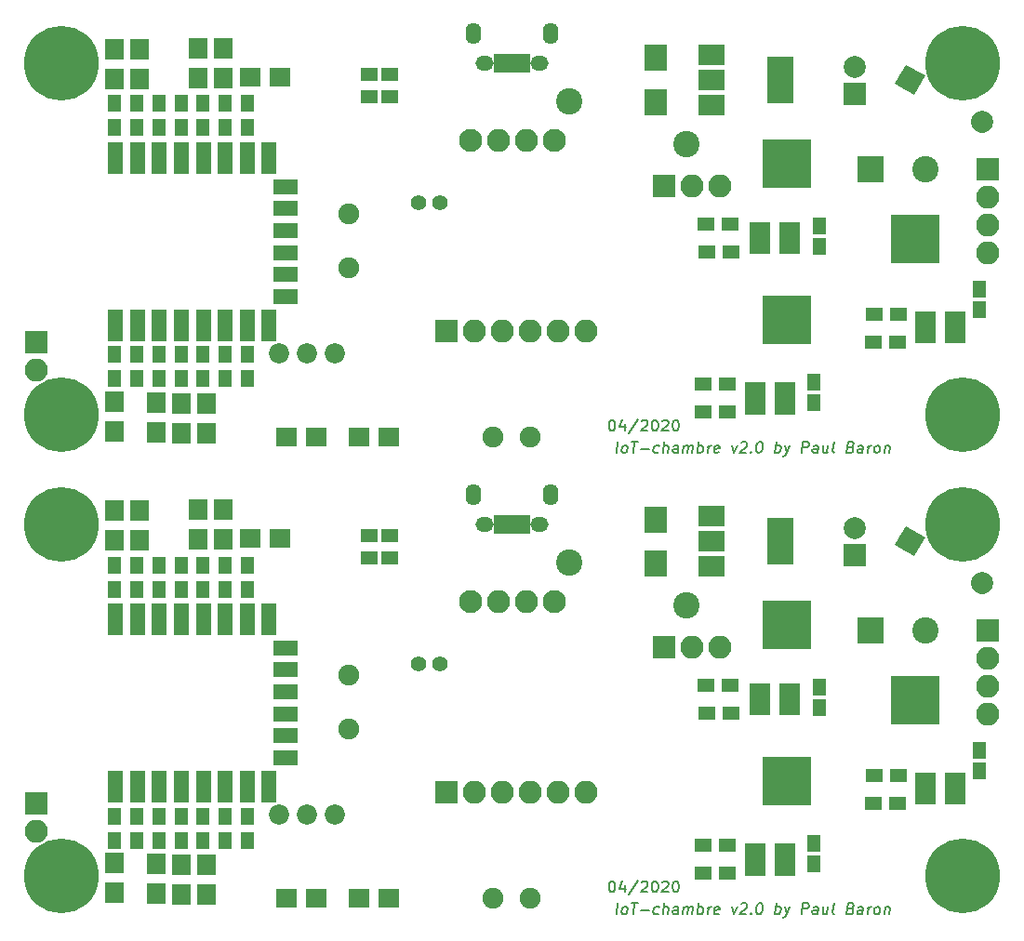
<source format=gts>
%MOIN*%
%OFA0B0*%
%FSLAX46Y46*%
%IPPOS*%
%LPD*%
%ADD10C,0.005905511811023622*%
%ADD11R,0.055118110236220472X0.1141732283464567*%
%ADD12R,0.086614173228346469X0.055118110236220472*%
%ADD13C,0.082677165354330714*%
%ADD14O,0.082677165354330714X0.082677165354330714*%
%ADD15R,0.082677165354330714X0.082677165354330714*%
%ADD16R,0.062992125984251982X0.0452755905511811*%
%ADD17C,0.26771653543307089*%
%ADD18R,0.051181102362204731X0.062992125984251982*%
%ADD19R,0.062992125984251982X0.051181102362204731*%
%ADD20C,0.094488188976377951*%
%ADD21R,0.094488188976377951X0.094488188976377951*%
%ADD22R,0.07874015748031496X0.094488188976377951*%
%ADD23C,0.07874015748031496*%
%ADD24R,0.07874015748031496X0.07874015748031496*%
%ADD25R,0.0452755905511811X0.062992125984251982*%
%ADD26C,0.07874015748031496*%
%ADD27C,0.0039370078740157488*%
%ADD28O,0.055118110236220472X0.076771653543307089*%
%ADD29O,0.064960629921259838X0.053149606299212608*%
%ADD30R,0.031496062992125991X0.068897637795275593*%
%ADD31R,0.17574803149606302X0.17574803149606302*%
%ADD32R,0.066929133858267723X0.074803149606299218*%
%ADD33R,0.074803149606299218X0.066929133858267723*%
%ADD34C,0.074803149606299218*%
%ADD35C,0.072440944881889777*%
%ADD36R,0.094488188976377951X0.074803149606299218*%
%ADD37R,0.094488188976377951X0.16535433070866143*%
%ADD38R,0.07716535433070866X0.041338582677165357*%
%ADD39C,0.055118110236220472*%
%ADD50C,0.005905511811023622*%
%ADD51R,0.055118110236220472X0.1141732283464567*%
%ADD52R,0.086614173228346469X0.055118110236220472*%
%ADD53C,0.082677165354330714*%
%ADD54O,0.082677165354330714X0.082677165354330714*%
%ADD55R,0.082677165354330714X0.082677165354330714*%
%ADD56R,0.062992125984251982X0.0452755905511811*%
%ADD57C,0.26771653543307089*%
%ADD58R,0.051181102362204731X0.062992125984251982*%
%ADD59R,0.062992125984251982X0.051181102362204731*%
%ADD60C,0.094488188976377951*%
%ADD61R,0.094488188976377951X0.094488188976377951*%
%ADD62R,0.07874015748031496X0.094488188976377951*%
%ADD63C,0.07874015748031496*%
%ADD64R,0.07874015748031496X0.07874015748031496*%
%ADD65R,0.0452755905511811X0.062992125984251982*%
%ADD66C,0.07874015748031496*%
%ADD67C,0.0039370078740157488*%
%ADD68O,0.055118110236220472X0.076771653543307089*%
%ADD69O,0.064960629921259838X0.053149606299212608*%
%ADD70R,0.031496062992125991X0.068897637795275593*%
%ADD71R,0.17574803149606302X0.17574803149606302*%
%ADD72R,0.066929133858267723X0.074803149606299218*%
%ADD73R,0.074803149606299218X0.066929133858267723*%
%ADD74C,0.074803149606299218*%
%ADD75C,0.072440944881889777*%
%ADD76R,0.094488188976377951X0.074803149606299218*%
%ADD77R,0.094488188976377951X0.16535433070866143*%
%ADD78R,0.07716535433070866X0.041338582677165357*%
%ADD79C,0.055118110236220472*%
%LPD*%
D10*
X0002309512Y0001840929D02*
X0002313262Y0001840929D01*
X0002317011Y0001839055D01*
X0002318886Y0001837180D01*
X0002320761Y0001833430D01*
X0002322635Y0001825931D01*
X0002322635Y0001816557D01*
X0002320761Y0001809058D01*
X0002318886Y0001805309D01*
X0002317011Y0001803434D01*
X0002313262Y0001801559D01*
X0002309512Y0001801559D01*
X0002305762Y0001803434D01*
X0002303888Y0001805309D01*
X0002302013Y0001809058D01*
X0002300138Y0001816557D01*
X0002300138Y0001825931D01*
X0002302013Y0001833430D01*
X0002303888Y0001837180D01*
X0002305762Y0001839055D01*
X0002309512Y0001840929D01*
X0002356381Y0001827806D02*
X0002356381Y0001801559D01*
X0002347007Y0001842804D02*
X0002337634Y0001814683D01*
X0002362005Y0001814683D01*
X0002405125Y0001842804D02*
X0002371379Y0001792185D01*
X0002416374Y0001837180D02*
X0002418248Y0001839055D01*
X0002421998Y0001840929D01*
X0002431372Y0001840929D01*
X0002435121Y0001839055D01*
X0002436996Y0001837180D01*
X0002438871Y0001833430D01*
X0002438871Y0001829681D01*
X0002436996Y0001824056D01*
X0002414499Y0001801559D01*
X0002438871Y0001801559D01*
X0002463243Y0001840929D02*
X0002466992Y0001840929D01*
X0002470742Y0001839055D01*
X0002472617Y0001837180D01*
X0002474491Y0001833430D01*
X0002476366Y0001825931D01*
X0002476366Y0001816557D01*
X0002474491Y0001809058D01*
X0002472617Y0001805309D01*
X0002470742Y0001803434D01*
X0002466992Y0001801559D01*
X0002463243Y0001801559D01*
X0002459493Y0001803434D01*
X0002457619Y0001805309D01*
X0002455744Y0001809058D01*
X0002453869Y0001816557D01*
X0002453869Y0001825931D01*
X0002455744Y0001833430D01*
X0002457619Y0001837180D01*
X0002459493Y0001839055D01*
X0002463243Y0001840929D01*
X0002491364Y0001837180D02*
X0002493239Y0001839055D01*
X0002496989Y0001840929D01*
X0002506362Y0001840929D01*
X0002510112Y0001839055D01*
X0002511987Y0001837180D01*
X0002513862Y0001833430D01*
X0002513862Y0001829681D01*
X0002511987Y0001824056D01*
X0002489490Y0001801559D01*
X0002513862Y0001801559D01*
X0002538233Y0001840929D02*
X0002541983Y0001840929D01*
X0002545733Y0001839055D01*
X0002547607Y0001837180D01*
X0002549482Y0001833430D01*
X0002551357Y0001825931D01*
X0002551357Y0001816557D01*
X0002549482Y0001809058D01*
X0002547607Y0001805309D01*
X0002545733Y0001803434D01*
X0002541983Y0001801559D01*
X0002538233Y0001801559D01*
X0002534484Y0001803434D01*
X0002532609Y0001805309D01*
X0002530734Y0001809058D01*
X0002528860Y0001816557D01*
X0002528860Y0001825931D01*
X0002530734Y0001833430D01*
X0002532609Y0001837180D01*
X0002534484Y0001839055D01*
X0002538233Y0001840929D01*
X0002327135Y0001722819D02*
X0002332057Y0001762189D01*
X0002351507Y0001722819D02*
X0002347992Y0001724694D01*
X0002346352Y0001726569D01*
X0002344946Y0001730318D01*
X0002346352Y0001741567D01*
X0002348695Y0001745316D01*
X0002350804Y0001747191D01*
X0002354788Y0001749066D01*
X0002360413Y0001749066D01*
X0002363928Y0001747191D01*
X0002365568Y0001745316D01*
X0002366974Y0001741567D01*
X0002365568Y0001730318D01*
X0002363225Y0001726569D01*
X0002361116Y0001724694D01*
X0002357132Y0001722819D01*
X0002351507Y0001722819D01*
X0002380801Y0001762189D02*
X0002403298Y0001762189D01*
X0002387128Y0001722819D02*
X0002392049Y0001762189D01*
X0002413375Y0001737817D02*
X0002443371Y0001737817D01*
X0002477351Y0001724694D02*
X0002473367Y0001722819D01*
X0002465868Y0001722819D01*
X0002462353Y0001724694D01*
X0002460712Y0001726569D01*
X0002459306Y0001730318D01*
X0002460712Y0001741567D01*
X0002463056Y0001745316D01*
X0002465165Y0001747191D01*
X0002469149Y0001749066D01*
X0002476648Y0001749066D01*
X0002480163Y0001747191D01*
X0002493990Y0001722819D02*
X0002498911Y0001762189D01*
X0002510862Y0001722819D02*
X0002513440Y0001743442D01*
X0002512034Y0001747191D01*
X0002508519Y0001749066D01*
X0002502895Y0001749066D01*
X0002498911Y0001747191D01*
X0002496802Y0001745316D01*
X0002546483Y0001722819D02*
X0002549061Y0001743442D01*
X0002547655Y0001747191D01*
X0002544140Y0001749066D01*
X0002536640Y0001749066D01*
X0002532657Y0001747191D01*
X0002546717Y0001724694D02*
X0002542733Y0001722819D01*
X0002533360Y0001722819D01*
X0002529844Y0001724694D01*
X0002528438Y0001728443D01*
X0002528907Y0001732193D01*
X0002531251Y0001735943D01*
X0002535234Y0001737817D01*
X0002544608Y0001737817D01*
X0002548592Y0001739692D01*
X0002565231Y0001722819D02*
X0002568512Y0001749066D01*
X0002568043Y0001745316D02*
X0002570152Y0001747191D01*
X0002574136Y0001749066D01*
X0002579760Y0001749066D01*
X0002583275Y0001747191D01*
X0002584681Y0001743442D01*
X0002582104Y0001722819D01*
X0002584681Y0001743442D02*
X0002587025Y0001747191D01*
X0002591009Y0001749066D01*
X0002596633Y0001749066D01*
X0002600148Y0001747191D01*
X0002601554Y0001743442D01*
X0002598976Y0001722819D01*
X0002617724Y0001722819D02*
X0002622645Y0001762189D01*
X0002620771Y0001747191D02*
X0002624754Y0001749066D01*
X0002632254Y0001749066D01*
X0002635769Y0001747191D01*
X0002637409Y0001745316D01*
X0002638815Y0001741567D01*
X0002637409Y0001730318D01*
X0002635066Y0001726569D01*
X0002632957Y0001724694D01*
X0002628973Y0001722819D01*
X0002621474Y0001722819D01*
X0002617958Y0001724694D01*
X0002653345Y0001722819D02*
X0002656625Y0001749066D01*
X0002655688Y0001741567D02*
X0002658032Y0001745316D01*
X0002660141Y0001747191D01*
X0002664125Y0001749066D01*
X0002667874Y0001749066D01*
X0002692949Y0001724694D02*
X0002688965Y0001722819D01*
X0002681466Y0001722819D01*
X0002677951Y0001724694D01*
X0002676545Y0001728443D01*
X0002678420Y0001743442D01*
X0002680763Y0001747191D01*
X0002684747Y0001749066D01*
X0002692246Y0001749066D01*
X0002695761Y0001747191D01*
X0002697167Y0001743442D01*
X0002696699Y0001739692D01*
X0002677482Y0001735943D01*
X0002740990Y0001749066D02*
X0002747083Y0001722819D01*
X0002759738Y0001749066D01*
X0002774033Y0001758440D02*
X0002776142Y0001760314D01*
X0002780126Y0001762189D01*
X0002789499Y0001762189D01*
X0002793015Y0001760314D01*
X0002794655Y0001758440D01*
X0002796061Y0001754690D01*
X0002795592Y0001750941D01*
X0002793015Y0001745316D01*
X0002767705Y0001722819D01*
X0002792077Y0001722819D01*
X0002809419Y0001726569D02*
X0002811059Y0001724694D01*
X0002808950Y0001722819D01*
X0002807310Y0001724694D01*
X0002809419Y0001726569D01*
X0002808950Y0001722819D01*
X0002840118Y0001762189D02*
X0002843868Y0001762189D01*
X0002847383Y0001760314D01*
X0002849023Y0001758440D01*
X0002850429Y0001754690D01*
X0002851367Y0001747191D01*
X0002850195Y0001737817D01*
X0002847383Y0001730318D01*
X0002845039Y0001726569D01*
X0002842930Y0001724694D01*
X0002838946Y0001722819D01*
X0002835197Y0001722819D01*
X0002831682Y0001724694D01*
X0002830041Y0001726569D01*
X0002828635Y0001730318D01*
X0002827698Y0001737817D01*
X0002828870Y0001747191D01*
X0002831682Y0001754690D01*
X0002834025Y0001758440D01*
X0002836134Y0001760314D01*
X0002840118Y0001762189D01*
X0002895189Y0001722819D02*
X0002900111Y0001762189D01*
X0002898236Y0001747191D02*
X0002902220Y0001749066D01*
X0002909719Y0001749066D01*
X0002913234Y0001747191D01*
X0002914874Y0001745316D01*
X0002916281Y0001741567D01*
X0002914874Y0001730318D01*
X0002912531Y0001726569D01*
X0002910422Y0001724694D01*
X0002906438Y0001722819D01*
X0002898939Y0001722819D01*
X0002895424Y0001724694D01*
X0002930341Y0001749066D02*
X0002936434Y0001722819D01*
X0002949089Y0001749066D02*
X0002936434Y0001722819D01*
X0002931513Y0001713445D01*
X0002929404Y0001711571D01*
X0002925420Y0001709696D01*
X0002990802Y0001722819D02*
X0002995724Y0001762189D01*
X0003010722Y0001762189D01*
X0003014237Y0001760314D01*
X0003015877Y0001758440D01*
X0003017284Y0001754690D01*
X0003016580Y0001749066D01*
X0003014237Y0001745316D01*
X0003012128Y0001743442D01*
X0003008144Y0001741567D01*
X0002993146Y0001741567D01*
X0003047045Y0001722819D02*
X0003049623Y0001743442D01*
X0003048217Y0001747191D01*
X0003044702Y0001749066D01*
X0003037203Y0001749066D01*
X0003033219Y0001747191D01*
X0003047280Y0001724694D02*
X0003043296Y0001722819D01*
X0003033922Y0001722819D01*
X0003030407Y0001724694D01*
X0003029001Y0001728443D01*
X0003029470Y0001732193D01*
X0003031813Y0001735943D01*
X0003035797Y0001737817D01*
X0003045171Y0001737817D01*
X0003049155Y0001739692D01*
X0003085947Y0001749066D02*
X0003082666Y0001722819D01*
X0003069074Y0001749066D02*
X0003066496Y0001728443D01*
X0003067902Y0001724694D01*
X0003071417Y0001722819D01*
X0003077042Y0001722819D01*
X0003081026Y0001724694D01*
X0003083135Y0001726569D01*
X0003107038Y0001722819D02*
X0003103523Y0001724694D01*
X0003102117Y0001728443D01*
X0003106335Y0001762189D01*
X0003167733Y0001743442D02*
X0003173123Y0001741567D01*
X0003174764Y0001739692D01*
X0003176170Y0001735943D01*
X0003175467Y0001730318D01*
X0003173123Y0001726569D01*
X0003171014Y0001724694D01*
X0003167030Y0001722819D01*
X0003152032Y0001722819D01*
X0003156954Y0001762189D01*
X0003170077Y0001762189D01*
X0003173592Y0001760314D01*
X0003175233Y0001758440D01*
X0003176639Y0001754690D01*
X0003176170Y0001750941D01*
X0003173826Y0001747191D01*
X0003171717Y0001745316D01*
X0003167733Y0001743442D01*
X0003154610Y0001743442D01*
X0003208275Y0001722819D02*
X0003210853Y0001743442D01*
X0003209447Y0001747191D01*
X0003205932Y0001749066D01*
X0003198433Y0001749066D01*
X0003194449Y0001747191D01*
X0003208510Y0001724694D02*
X0003204526Y0001722819D01*
X0003195152Y0001722819D01*
X0003191637Y0001724694D01*
X0003190231Y0001728443D01*
X0003190699Y0001732193D01*
X0003193043Y0001735943D01*
X0003197027Y0001737817D01*
X0003206401Y0001737817D01*
X0003210384Y0001739692D01*
X0003227023Y0001722819D02*
X0003230304Y0001749066D01*
X0003229366Y0001741567D02*
X0003231710Y0001745316D01*
X0003233819Y0001747191D01*
X0003237803Y0001749066D01*
X0003241552Y0001749066D01*
X0003257019Y0001722819D02*
X0003253504Y0001724694D01*
X0003251864Y0001726569D01*
X0003250457Y0001730318D01*
X0003251864Y0001741567D01*
X0003254207Y0001745316D01*
X0003256316Y0001747191D01*
X0003260300Y0001749066D01*
X0003265924Y0001749066D01*
X0003269440Y0001747191D01*
X0003271080Y0001745316D01*
X0003272486Y0001741567D01*
X0003271080Y0001730318D01*
X0003268736Y0001726569D01*
X0003266627Y0001724694D01*
X0003262643Y0001722819D01*
X0003257019Y0001722819D01*
X0003290296Y0001749066D02*
X0003287015Y0001722819D01*
X0003289828Y0001745316D02*
X0003291937Y0001747191D01*
X0003295921Y0001749066D01*
X0003301545Y0001749066D01*
X0003305060Y0001747191D01*
X0003306466Y0001743442D01*
X0003303888Y0001722819D01*
D11*
X0000531496Y0002181102D03*
X0000610236Y0002181102D03*
X0000688976Y0002181102D03*
X0000767716Y0002181102D03*
X0000846456Y0002181102D03*
X0000925196Y0002181102D03*
X0001003937Y0002181102D03*
X0001082677Y0002181102D03*
D12*
X0001141732Y0002283464D03*
X0001141732Y0002362204D03*
X0001141732Y0002440944D03*
X0001141732Y0002519685D03*
X0001141732Y0002598425D03*
X0001141732Y0002677165D03*
D11*
X0001082677Y0002779527D03*
X0001003937Y0002779527D03*
X0000925196Y0002779527D03*
X0000846456Y0002779527D03*
X0000767716Y0002779527D03*
X0000688976Y0002779527D03*
X0000610236Y0002779527D03*
X0000531496Y0002779527D03*
D13*
X0001803307Y0002842992D03*
D14*
X0001903307Y0002842992D03*
X0002003307Y0002842992D03*
D13*
X0002103307Y0002842992D03*
D15*
X0001719291Y0002160314D03*
D14*
X0001819291Y0002160314D03*
X0001919291Y0002160314D03*
X0002019291Y0002160314D03*
X0002119291Y0002160314D03*
X0002219291Y0002160314D03*
D16*
X0001439803Y0002999488D03*
X0001514606Y0002999488D03*
X0001514606Y0003079488D03*
X0001439803Y0003079488D03*
D17*
X0003567480Y0001858740D03*
X0003567480Y0003118582D03*
X0000339133Y0001858740D03*
X0000339133Y0003118582D03*
D18*
X0000768503Y0001987952D03*
X0000768503Y0002074566D03*
X0001003503Y0002974566D03*
X0001003503Y0002887952D03*
X0000843503Y0001987952D03*
X0000843503Y0002074566D03*
X0001003503Y0001987952D03*
X0001003503Y0002074566D03*
X0000923503Y0001987952D03*
X0000923503Y0002074566D03*
X0000688503Y0002974566D03*
X0000688503Y0002887952D03*
X0000768503Y0002974566D03*
X0000768503Y0002887952D03*
X0000608503Y0002974566D03*
X0000608503Y0002887952D03*
X0000923503Y0002974566D03*
X0000923503Y0002887952D03*
X0000528503Y0002974566D03*
X0000528503Y0002887952D03*
X0000843503Y0002974566D03*
X0000843503Y0002887952D03*
X0000608503Y0002074566D03*
X0000608503Y0001987952D03*
X0000688503Y0002074566D03*
X0000688503Y0001987952D03*
X0000528503Y0002074566D03*
X0000528503Y0001987952D03*
D19*
X0002648503Y0002541606D03*
X0002735118Y0002541606D03*
X0002651811Y0002441606D03*
X0002738425Y0002441606D03*
X0003252519Y0002220314D03*
X0003339133Y0002220314D03*
X0003248582Y0002120314D03*
X0003335196Y0002120314D03*
X0002638346Y0001969133D03*
X0002724960Y0001969133D03*
X0002638346Y0001869133D03*
X0002724960Y0001869133D03*
D20*
X0003436141Y0002740314D03*
D21*
X0003239291Y0002740314D03*
D22*
X0002469291Y0003137952D03*
X0002469291Y0002980472D03*
D23*
X0003180393Y0003107637D03*
D24*
X0003180393Y0003009212D03*
D25*
X0003035984Y0001977716D03*
X0003035984Y0001902913D03*
X0003629291Y0002235511D03*
X0003629291Y0002310314D03*
X0003055118Y0002462913D03*
X0003055118Y0002537716D03*
D23*
X0003639098Y0002910314D03*
D26*
X0003639098Y0002910314D02*
X0003639098Y0002910314D01*
D23*
X0003379291Y0003060314D03*
D27*
G36*
X0003325510Y0003045904D02*
G01*
X0003364880Y0003114095D01*
X0003433071Y0003074725D01*
X0003393701Y0003006534D01*
X0003325510Y0003045904D01*
X0003325510Y0003045904D01*
G37*
D20*
X0002157539Y0002983820D03*
X0002579291Y0002830314D03*
D28*
X0001814566Y0003227362D03*
X0002090157Y0003227362D03*
D29*
X0001853937Y0003121062D03*
X0002050787Y0003121062D03*
D30*
X0001901181Y0003121062D03*
X0001926771Y0003121062D03*
X0001952362Y0003121062D03*
X0001977952Y0003121062D03*
X0002003543Y0003121062D03*
D31*
X0002937559Y0002200314D03*
X0003399291Y0002488661D03*
X0002937559Y0002760314D03*
D14*
X0000249291Y0002020314D03*
D15*
X0000249291Y0002120314D03*
D14*
X0002699291Y0002680314D03*
X0002599291Y0002680314D03*
D15*
X0002499291Y0002680314D03*
D32*
X0000619291Y0003064015D03*
X0000619291Y0003170314D03*
X0000529291Y0003064015D03*
X0000529291Y0003170314D03*
D33*
X0001406141Y0001780314D03*
X0001512440Y0001780314D03*
X0001252440Y0001780314D03*
X0001146141Y0001780314D03*
D32*
X0000679291Y0001903464D03*
X0000679291Y0001797165D03*
D33*
X0001122440Y0003070314D03*
X0001016141Y0003070314D03*
D32*
X0000919291Y0003173464D03*
X0000919291Y0003067165D03*
X0000529291Y0001800314D03*
X0000529291Y0001906614D03*
X0000829291Y0003067165D03*
X0000829291Y0003173464D03*
D34*
X0002019291Y0001780314D03*
X0001885433Y0001780314D03*
D32*
X0000859291Y0001900314D03*
X0000859291Y0001794015D03*
X0000769291Y0001794015D03*
X0000769291Y0001900314D03*
D35*
X0001319291Y0002080314D03*
X0001219291Y0002080314D03*
X0001119291Y0002080314D03*
D36*
X0002666377Y0003149763D03*
X0002666377Y0002968661D03*
X0002666377Y0003059212D03*
D37*
X0002914409Y0003059212D03*
D38*
X0002931653Y0001880393D03*
X0002931653Y0001917795D03*
X0002931653Y0001955196D03*
X0002825354Y0001955196D03*
X0002825354Y0001880393D03*
X0002825354Y0001917795D03*
X0003435590Y0002173700D03*
X0003435590Y0002136299D03*
X0003435590Y0002211102D03*
X0003541889Y0002211102D03*
X0003541889Y0002173700D03*
X0003541889Y0002136299D03*
X0002841968Y0002492866D03*
X0002841968Y0002455464D03*
X0002841968Y0002530267D03*
X0002948267Y0002530267D03*
X0002948267Y0002492866D03*
X0002948267Y0002455464D03*
D15*
X0003659291Y0002740314D03*
D14*
X0003659291Y0002640314D03*
X0003659291Y0002540314D03*
X0003659291Y0002440314D03*
D34*
X0001366220Y0002578543D03*
X0001366220Y0002386417D03*
D39*
X0001619291Y0002620314D03*
X0001694094Y0002620314D03*
G04 next file*
%LPD*%
G04 #@! TF.GenerationSoftware,KiCad,Pcbnew,(5.1.0)-1*
G04 #@! TF.CreationDate,2020-04-13T11:23:52+02:00*
G04 #@! TF.ProjectId,objet_chambre,6f626a65-745f-4636-9861-6d6272652e6b,rev?*
G04 #@! TF.SameCoordinates,PX9fa1b90PY2b1e160*
G04 #@! TF.FileFunction,Soldermask,Top*
G04 #@! TF.FilePolarity,Negative*
G04 Gerber Fmt 4.6, Leading zero omitted, Abs format (unit mm)*
G04 Created by KiCad (PCBNEW (5.1.0)-1) date 2020-04-13 11:23:52*
G04 APERTURE LIST*
G04 APERTURE END LIST*
D50*
X0002309512Y0000187386D02*
X0002313262Y0000187386D01*
X0002317011Y0000185511D01*
X0002318886Y0000183637D01*
X0002320761Y0000179887D01*
X0002322635Y0000172388D01*
X0002322635Y0000163014D01*
X0002320761Y0000155515D01*
X0002318886Y0000151766D01*
X0002317011Y0000149891D01*
X0002313262Y0000148016D01*
X0002309512Y0000148016D01*
X0002305762Y0000149891D01*
X0002303888Y0000151766D01*
X0002302013Y0000155515D01*
X0002300138Y0000163014D01*
X0002300138Y0000172388D01*
X0002302013Y0000179887D01*
X0002303888Y0000183637D01*
X0002305762Y0000185511D01*
X0002309512Y0000187386D01*
X0002356381Y0000174263D02*
X0002356381Y0000148016D01*
X0002347007Y0000189261D02*
X0002337634Y0000161139D01*
X0002362005Y0000161139D01*
X0002405125Y0000189261D02*
X0002371379Y0000138642D01*
X0002416374Y0000183637D02*
X0002418248Y0000185511D01*
X0002421998Y0000187386D01*
X0002431372Y0000187386D01*
X0002435121Y0000185511D01*
X0002436996Y0000183637D01*
X0002438871Y0000179887D01*
X0002438871Y0000176137D01*
X0002436996Y0000170513D01*
X0002414499Y0000148016D01*
X0002438871Y0000148016D01*
X0002463243Y0000187386D02*
X0002466992Y0000187386D01*
X0002470742Y0000185511D01*
X0002472617Y0000183637D01*
X0002474491Y0000179887D01*
X0002476366Y0000172388D01*
X0002476366Y0000163014D01*
X0002474491Y0000155515D01*
X0002472617Y0000151766D01*
X0002470742Y0000149891D01*
X0002466992Y0000148016D01*
X0002463243Y0000148016D01*
X0002459493Y0000149891D01*
X0002457619Y0000151766D01*
X0002455744Y0000155515D01*
X0002453869Y0000163014D01*
X0002453869Y0000172388D01*
X0002455744Y0000179887D01*
X0002457619Y0000183637D01*
X0002459493Y0000185511D01*
X0002463243Y0000187386D01*
X0002491364Y0000183637D02*
X0002493239Y0000185511D01*
X0002496989Y0000187386D01*
X0002506362Y0000187386D01*
X0002510112Y0000185511D01*
X0002511987Y0000183637D01*
X0002513862Y0000179887D01*
X0002513862Y0000176137D01*
X0002511987Y0000170513D01*
X0002489490Y0000148016D01*
X0002513862Y0000148016D01*
X0002538233Y0000187386D02*
X0002541983Y0000187386D01*
X0002545733Y0000185511D01*
X0002547607Y0000183637D01*
X0002549482Y0000179887D01*
X0002551357Y0000172388D01*
X0002551357Y0000163014D01*
X0002549482Y0000155515D01*
X0002547607Y0000151766D01*
X0002545733Y0000149891D01*
X0002541983Y0000148016D01*
X0002538233Y0000148016D01*
X0002534484Y0000149891D01*
X0002532609Y0000151766D01*
X0002530734Y0000155515D01*
X0002528860Y0000163014D01*
X0002528860Y0000172388D01*
X0002530734Y0000179887D01*
X0002532609Y0000183637D01*
X0002534484Y0000185511D01*
X0002538233Y0000187386D01*
X0002327135Y0000069276D02*
X0002332057Y0000108646D01*
X0002351507Y0000069276D02*
X0002347992Y0000071151D01*
X0002346352Y0000073025D01*
X0002344946Y0000076775D01*
X0002346352Y0000088024D01*
X0002348695Y0000091773D01*
X0002350804Y0000093648D01*
X0002354788Y0000095523D01*
X0002360413Y0000095523D01*
X0002363928Y0000093648D01*
X0002365568Y0000091773D01*
X0002366974Y0000088024D01*
X0002365568Y0000076775D01*
X0002363225Y0000073025D01*
X0002361116Y0000071151D01*
X0002357132Y0000069276D01*
X0002351507Y0000069276D01*
X0002380801Y0000108646D02*
X0002403298Y0000108646D01*
X0002387128Y0000069276D02*
X0002392049Y0000108646D01*
X0002413375Y0000084274D02*
X0002443371Y0000084274D01*
X0002477351Y0000071151D02*
X0002473367Y0000069276D01*
X0002465868Y0000069276D01*
X0002462353Y0000071151D01*
X0002460712Y0000073025D01*
X0002459306Y0000076775D01*
X0002460712Y0000088024D01*
X0002463056Y0000091773D01*
X0002465165Y0000093648D01*
X0002469149Y0000095523D01*
X0002476648Y0000095523D01*
X0002480163Y0000093648D01*
X0002493990Y0000069276D02*
X0002498911Y0000108646D01*
X0002510862Y0000069276D02*
X0002513440Y0000089898D01*
X0002512034Y0000093648D01*
X0002508519Y0000095523D01*
X0002502895Y0000095523D01*
X0002498911Y0000093648D01*
X0002496802Y0000091773D01*
X0002546483Y0000069276D02*
X0002549061Y0000089898D01*
X0002547655Y0000093648D01*
X0002544140Y0000095523D01*
X0002536640Y0000095523D01*
X0002532657Y0000093648D01*
X0002546717Y0000071151D02*
X0002542733Y0000069276D01*
X0002533360Y0000069276D01*
X0002529844Y0000071151D01*
X0002528438Y0000074900D01*
X0002528907Y0000078650D01*
X0002531251Y0000082399D01*
X0002535234Y0000084274D01*
X0002544608Y0000084274D01*
X0002548592Y0000086149D01*
X0002565231Y0000069276D02*
X0002568512Y0000095523D01*
X0002568043Y0000091773D02*
X0002570152Y0000093648D01*
X0002574136Y0000095523D01*
X0002579760Y0000095523D01*
X0002583275Y0000093648D01*
X0002584681Y0000089898D01*
X0002582104Y0000069276D01*
X0002584681Y0000089898D02*
X0002587025Y0000093648D01*
X0002591009Y0000095523D01*
X0002596633Y0000095523D01*
X0002600148Y0000093648D01*
X0002601554Y0000089898D01*
X0002598976Y0000069276D01*
X0002617724Y0000069276D02*
X0002622645Y0000108646D01*
X0002620771Y0000093648D02*
X0002624754Y0000095523D01*
X0002632254Y0000095523D01*
X0002635769Y0000093648D01*
X0002637409Y0000091773D01*
X0002638815Y0000088024D01*
X0002637409Y0000076775D01*
X0002635066Y0000073025D01*
X0002632957Y0000071151D01*
X0002628973Y0000069276D01*
X0002621474Y0000069276D01*
X0002617958Y0000071151D01*
X0002653345Y0000069276D02*
X0002656625Y0000095523D01*
X0002655688Y0000088024D02*
X0002658032Y0000091773D01*
X0002660141Y0000093648D01*
X0002664125Y0000095523D01*
X0002667874Y0000095523D01*
X0002692949Y0000071151D02*
X0002688965Y0000069276D01*
X0002681466Y0000069276D01*
X0002677951Y0000071151D01*
X0002676545Y0000074900D01*
X0002678420Y0000089898D01*
X0002680763Y0000093648D01*
X0002684747Y0000095523D01*
X0002692246Y0000095523D01*
X0002695761Y0000093648D01*
X0002697167Y0000089898D01*
X0002696699Y0000086149D01*
X0002677482Y0000082399D01*
X0002740990Y0000095523D02*
X0002747083Y0000069276D01*
X0002759738Y0000095523D01*
X0002774033Y0000104896D02*
X0002776142Y0000106771D01*
X0002780126Y0000108646D01*
X0002789499Y0000108646D01*
X0002793015Y0000106771D01*
X0002794655Y0000104896D01*
X0002796061Y0000101147D01*
X0002795592Y0000097397D01*
X0002793015Y0000091773D01*
X0002767705Y0000069276D01*
X0002792077Y0000069276D01*
X0002809419Y0000073025D02*
X0002811059Y0000071151D01*
X0002808950Y0000069276D01*
X0002807310Y0000071151D01*
X0002809419Y0000073025D01*
X0002808950Y0000069276D01*
X0002840118Y0000108646D02*
X0002843868Y0000108646D01*
X0002847383Y0000106771D01*
X0002849023Y0000104896D01*
X0002850429Y0000101147D01*
X0002851367Y0000093648D01*
X0002850195Y0000084274D01*
X0002847383Y0000076775D01*
X0002845039Y0000073025D01*
X0002842930Y0000071151D01*
X0002838946Y0000069276D01*
X0002835197Y0000069276D01*
X0002831682Y0000071151D01*
X0002830041Y0000073025D01*
X0002828635Y0000076775D01*
X0002827698Y0000084274D01*
X0002828870Y0000093648D01*
X0002831682Y0000101147D01*
X0002834025Y0000104896D01*
X0002836134Y0000106771D01*
X0002840118Y0000108646D01*
X0002895189Y0000069276D02*
X0002900111Y0000108646D01*
X0002898236Y0000093648D02*
X0002902220Y0000095523D01*
X0002909719Y0000095523D01*
X0002913234Y0000093648D01*
X0002914874Y0000091773D01*
X0002916281Y0000088024D01*
X0002914874Y0000076775D01*
X0002912531Y0000073025D01*
X0002910422Y0000071151D01*
X0002906438Y0000069276D01*
X0002898939Y0000069276D01*
X0002895424Y0000071151D01*
X0002930341Y0000095523D02*
X0002936434Y0000069276D01*
X0002949089Y0000095523D02*
X0002936434Y0000069276D01*
X0002931513Y0000059902D01*
X0002929404Y0000058027D01*
X0002925420Y0000056152D01*
X0002990802Y0000069276D02*
X0002995724Y0000108646D01*
X0003010722Y0000108646D01*
X0003014237Y0000106771D01*
X0003015877Y0000104896D01*
X0003017284Y0000101147D01*
X0003016580Y0000095523D01*
X0003014237Y0000091773D01*
X0003012128Y0000089898D01*
X0003008144Y0000088024D01*
X0002993146Y0000088024D01*
X0003047045Y0000069276D02*
X0003049623Y0000089898D01*
X0003048217Y0000093648D01*
X0003044702Y0000095523D01*
X0003037203Y0000095523D01*
X0003033219Y0000093648D01*
X0003047280Y0000071151D02*
X0003043296Y0000069276D01*
X0003033922Y0000069276D01*
X0003030407Y0000071151D01*
X0003029001Y0000074900D01*
X0003029470Y0000078650D01*
X0003031813Y0000082399D01*
X0003035797Y0000084274D01*
X0003045171Y0000084274D01*
X0003049155Y0000086149D01*
X0003085947Y0000095523D02*
X0003082666Y0000069276D01*
X0003069074Y0000095523D02*
X0003066496Y0000074900D01*
X0003067902Y0000071151D01*
X0003071417Y0000069276D01*
X0003077042Y0000069276D01*
X0003081026Y0000071151D01*
X0003083135Y0000073025D01*
X0003107038Y0000069276D02*
X0003103523Y0000071151D01*
X0003102117Y0000074900D01*
X0003106335Y0000108646D01*
X0003167733Y0000089898D02*
X0003173123Y0000088024D01*
X0003174764Y0000086149D01*
X0003176170Y0000082399D01*
X0003175467Y0000076775D01*
X0003173123Y0000073025D01*
X0003171014Y0000071151D01*
X0003167030Y0000069276D01*
X0003152032Y0000069276D01*
X0003156954Y0000108646D01*
X0003170077Y0000108646D01*
X0003173592Y0000106771D01*
X0003175233Y0000104896D01*
X0003176639Y0000101147D01*
X0003176170Y0000097397D01*
X0003173826Y0000093648D01*
X0003171717Y0000091773D01*
X0003167733Y0000089898D01*
X0003154610Y0000089898D01*
X0003208275Y0000069276D02*
X0003210853Y0000089898D01*
X0003209447Y0000093648D01*
X0003205932Y0000095523D01*
X0003198433Y0000095523D01*
X0003194449Y0000093648D01*
X0003208510Y0000071151D02*
X0003204526Y0000069276D01*
X0003195152Y0000069276D01*
X0003191637Y0000071151D01*
X0003190231Y0000074900D01*
X0003190699Y0000078650D01*
X0003193043Y0000082399D01*
X0003197027Y0000084274D01*
X0003206401Y0000084274D01*
X0003210384Y0000086149D01*
X0003227023Y0000069276D02*
X0003230304Y0000095523D01*
X0003229366Y0000088024D02*
X0003231710Y0000091773D01*
X0003233819Y0000093648D01*
X0003237803Y0000095523D01*
X0003241552Y0000095523D01*
X0003257019Y0000069276D02*
X0003253504Y0000071151D01*
X0003251864Y0000073025D01*
X0003250457Y0000076775D01*
X0003251864Y0000088024D01*
X0003254207Y0000091773D01*
X0003256316Y0000093648D01*
X0003260300Y0000095523D01*
X0003265924Y0000095523D01*
X0003269440Y0000093648D01*
X0003271080Y0000091773D01*
X0003272486Y0000088024D01*
X0003271080Y0000076775D01*
X0003268736Y0000073025D01*
X0003266627Y0000071151D01*
X0003262643Y0000069276D01*
X0003257019Y0000069276D01*
X0003290296Y0000095523D02*
X0003287015Y0000069276D01*
X0003289828Y0000091773D02*
X0003291937Y0000093648D01*
X0003295921Y0000095523D01*
X0003301545Y0000095523D01*
X0003305060Y0000093648D01*
X0003306466Y0000089898D01*
X0003303888Y0000069276D01*
D51*
X0000531496Y0000527559D03*
X0000610236Y0000527559D03*
X0000688976Y0000527559D03*
X0000767716Y0000527559D03*
X0000846456Y0000527559D03*
X0000925196Y0000527559D03*
X0001003937Y0000527559D03*
X0001082677Y0000527559D03*
D52*
X0001141732Y0000629921D03*
X0001141732Y0000708661D03*
X0001141732Y0000787401D03*
X0001141732Y0000866141D03*
X0001141732Y0000944881D03*
X0001141732Y0001023622D03*
D51*
X0001082677Y0001125984D03*
X0001003937Y0001125984D03*
X0000925196Y0001125984D03*
X0000846456Y0001125984D03*
X0000767716Y0001125984D03*
X0000688976Y0001125984D03*
X0000610236Y0001125984D03*
X0000531496Y0001125984D03*
D53*
X0001803307Y0001189448D03*
D54*
X0001903307Y0001189448D03*
X0002003307Y0001189448D03*
D53*
X0002103307Y0001189448D03*
D55*
X0001719291Y0000506771D03*
D54*
X0001819291Y0000506771D03*
X0001919291Y0000506771D03*
X0002019291Y0000506771D03*
X0002119291Y0000506771D03*
X0002219291Y0000506771D03*
D56*
X0001439803Y0001345944D03*
X0001514606Y0001345944D03*
X0001514606Y0001425944D03*
X0001439803Y0001425944D03*
D57*
X0003567480Y0000205196D03*
X0003567480Y0001465039D03*
X0000339133Y0000205196D03*
X0000339133Y0001465039D03*
D58*
X0000768503Y0000334409D03*
X0000768503Y0000421023D03*
X0001003503Y0001321023D03*
X0001003503Y0001234409D03*
X0000843503Y0000334409D03*
X0000843503Y0000421023D03*
X0001003503Y0000334409D03*
X0001003503Y0000421023D03*
X0000923503Y0000334409D03*
X0000923503Y0000421023D03*
X0000688503Y0001321023D03*
X0000688503Y0001234409D03*
X0000768503Y0001321023D03*
X0000768503Y0001234409D03*
X0000608503Y0001321023D03*
X0000608503Y0001234409D03*
X0000923503Y0001321023D03*
X0000923503Y0001234409D03*
X0000528503Y0001321023D03*
X0000528503Y0001234409D03*
X0000843503Y0001321023D03*
X0000843503Y0001234409D03*
X0000608503Y0000421023D03*
X0000608503Y0000334409D03*
X0000688503Y0000421023D03*
X0000688503Y0000334409D03*
X0000528503Y0000421023D03*
X0000528503Y0000334409D03*
D59*
X0002648503Y0000888062D03*
X0002735118Y0000888062D03*
X0002651811Y0000788062D03*
X0002738425Y0000788062D03*
X0003252519Y0000566771D03*
X0003339133Y0000566771D03*
X0003248582Y0000466771D03*
X0003335196Y0000466771D03*
X0002638346Y0000315590D03*
X0002724960Y0000315590D03*
X0002638346Y0000215590D03*
X0002724960Y0000215590D03*
D60*
X0003436141Y0001086771D03*
D61*
X0003239291Y0001086771D03*
D62*
X0002469291Y0001484409D03*
X0002469291Y0001326929D03*
D63*
X0003180393Y0001454094D03*
D64*
X0003180393Y0001355669D03*
D65*
X0003035984Y0000324173D03*
X0003035984Y0000249370D03*
X0003629291Y0000581968D03*
X0003629291Y0000656771D03*
X0003055118Y0000809370D03*
X0003055118Y0000884173D03*
D63*
X0003639098Y0001256771D03*
D66*
X0003639098Y0001256771D02*
X0003639098Y0001256771D01*
D63*
X0003379291Y0001406771D03*
D67*
G36*
X0003325510Y0001392361D02*
G01*
X0003364880Y0001460552D01*
X0003433071Y0001421182D01*
X0003393701Y0001352991D01*
X0003325510Y0001392361D01*
X0003325510Y0001392361D01*
G37*
D60*
X0002157539Y0001330276D03*
X0002579291Y0001176771D03*
D68*
X0001814566Y0001573818D03*
X0002090157Y0001573818D03*
D69*
X0001853937Y0001467519D03*
X0002050787Y0001467519D03*
D70*
X0001901181Y0001467519D03*
X0001926771Y0001467519D03*
X0001952362Y0001467519D03*
X0001977952Y0001467519D03*
X0002003543Y0001467519D03*
D71*
X0002937559Y0000546771D03*
X0003399291Y0000835118D03*
X0002937559Y0001106771D03*
D54*
X0000249291Y0000366771D03*
D55*
X0000249291Y0000466771D03*
D54*
X0002699291Y0001026771D03*
X0002599291Y0001026771D03*
D55*
X0002499291Y0001026771D03*
D72*
X0000619291Y0001410472D03*
X0000619291Y0001516771D03*
X0000529291Y0001410472D03*
X0000529291Y0001516771D03*
D73*
X0001406141Y0000126771D03*
X0001512440Y0000126771D03*
X0001252440Y0000126771D03*
X0001146141Y0000126771D03*
D72*
X0000679291Y0000249921D03*
X0000679291Y0000143622D03*
D73*
X0001122440Y0001416771D03*
X0001016141Y0001416771D03*
D72*
X0000919291Y0001519921D03*
X0000919291Y0001413622D03*
X0000529291Y0000146771D03*
X0000529291Y0000253070D03*
X0000829291Y0001413622D03*
X0000829291Y0001519921D03*
D74*
X0002019291Y0000126771D03*
X0001885433Y0000126771D03*
D72*
X0000859291Y0000246771D03*
X0000859291Y0000140472D03*
X0000769291Y0000140472D03*
X0000769291Y0000246771D03*
D75*
X0001319291Y0000426771D03*
X0001219291Y0000426771D03*
X0001119291Y0000426771D03*
D76*
X0002666377Y0001496220D03*
X0002666377Y0001315118D03*
X0002666377Y0001405669D03*
D77*
X0002914409Y0001405669D03*
D78*
X0002931653Y0000226850D03*
X0002931653Y0000264251D03*
X0002931653Y0000301653D03*
X0002825354Y0000301653D03*
X0002825354Y0000226850D03*
X0002825354Y0000264251D03*
X0003435590Y0000520157D03*
X0003435590Y0000482755D03*
X0003435590Y0000557559D03*
X0003541889Y0000557559D03*
X0003541889Y0000520157D03*
X0003541889Y0000482755D03*
X0002841968Y0000839322D03*
X0002841968Y0000801921D03*
X0002841968Y0000876724D03*
X0002948267Y0000876724D03*
X0002948267Y0000839322D03*
X0002948267Y0000801921D03*
D55*
X0003659291Y0001086771D03*
D54*
X0003659291Y0000986771D03*
X0003659291Y0000886771D03*
X0003659291Y0000786771D03*
D74*
X0001366220Y0000925000D03*
X0001366220Y0000732874D03*
D79*
X0001619291Y0000966771D03*
X0001694094Y0000966771D03*
M02*
</source>
